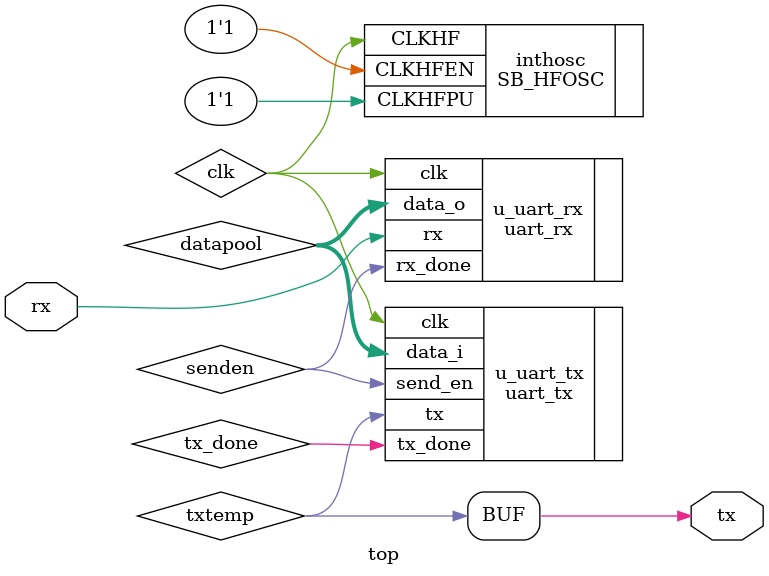
<source format=v>
module top(
	input wire rx,
	output wire tx
	);

wire clk;

SB_HFOSC inthosc (
  .CLKHFPU(1'b1),
  .CLKHFEN(1'b1),
  .CLKHF(clk)
);                            //internal clock

wire         tx_done;
wire  [7:0] datapool;
wire  senden;
wire  txtemp;
	
    uart_rx u_uart_rx(
        .clk    (clk    ),
	    .rx     (rx     ),
	    .data_o (datapool),
	    .rx_done(senden)
    );

    uart_tx u_uart_tx(
        .clk    ( clk    ),
	    .data_i ( datapool ),
	    .send_en(senden),
	    .tx     ( txtemp     ),
	    .tx_done( tx_done)
    );	
assign tx = txtemp;
    
endmodule

</source>
